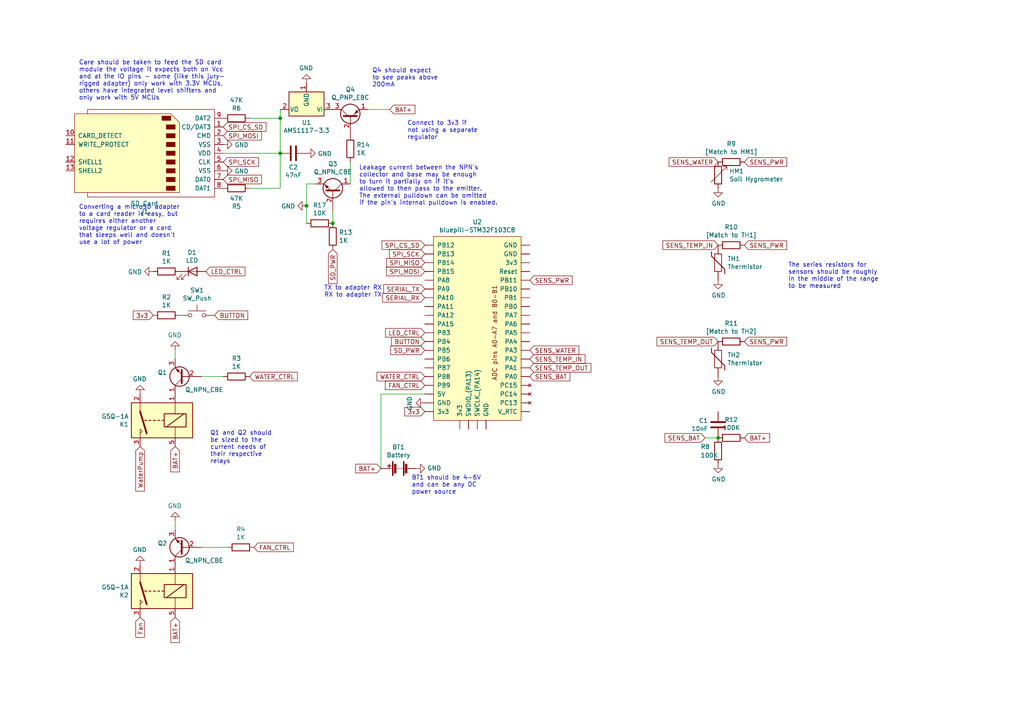
<source format=kicad_sch>
(kicad_sch (version 20211123) (generator eeschema)
  (paper "A4")
  (lib_symbols
    (symbol "Connector:SD_Card" (pin_names (offset 1.016))
      (property "Reference" "J" (at -16.51 13.97 0))
      (property "Value" "SD_Card" (at 15.24 -13.97 0))
      (symbol "SD_Card_0_1"
        (rectangle (start -8.89 -9.525) (end -6.35 -10.795) (fill (type outline)))
        (rectangle (start -8.89 -6.985) (end -6.35 -8.255) (fill (type outline)))
        (rectangle (start -8.89 -4.445) (end -6.35 -5.715) (fill (type outline)))
        (rectangle (start -8.89 -1.905) (end -6.35 -3.175) (fill (type outline)))
        (rectangle (start -8.89 0.635) (end -6.35 -0.635) (fill (type outline)))
        (rectangle (start -8.89 3.175) (end -6.35 1.905) (fill (type outline)))
        (rectangle (start -8.89 5.715) (end -6.35 4.445) (fill (type outline)))
        (rectangle (start -8.89 8.255) (end -6.35 6.985) (fill (type outline)))
        (rectangle (start -7.62 10.795) (end -5.08 9.525) (fill (type outline)))
        (polyline (pts (xy -10.16 8.89) (xy -7.62 11.43) (xy 20.32 11.43) (xy 20.32 -11.43) (xy -10.16 -11.43) (xy -10.16 8.89)) (fill (type background)))
        (polyline (pts (xy 16.51 11.43) (xy 16.51 12.7) (xy -20.32 12.7) (xy -20.32 -12.7) (xy 16.51 -12.7) (xy 16.51 -11.43)))
      )
      (symbol "SD_Card_1_1"
        (pin input line (at -22.86 7.62 0) (length 2.54) (name "CD/DAT3") (number "1"))
        (pin input line (at 22.86 5.08 180) (length 2.54) (name "CARD_DETECT") (number "10"))
        (pin input line (at 22.86 2.54 180) (length 2.54) (name "WRITE_PROTECT") (number "11"))
        (pin input line (at 22.86 -2.54 180) (length 2.54) (name "SHELL1") (number "12"))
        (pin input line (at 22.86 -5.08 180) (length 2.54) (name "SHELL2") (number "13"))
        (pin input line (at -22.86 5.08 0) (length 2.54) (name "CMD") (number "2"))
        (pin power_in line (at -22.86 2.54 0) (length 2.54) (name "VSS") (number "3"))
        (pin power_in line (at -22.86 0 0) (length 2.54) (name "VDD") (number "4"))
        (pin input line (at -22.86 -2.54 0) (length 2.54) (name "CLK") (number "5"))
        (pin power_in line (at -22.86 -5.08 0) (length 2.54) (name "VSS") (number "6"))
        (pin input line (at -22.86 -7.62 0) (length 2.54) (name "DAT0") (number "7"))
        (pin input line (at -22.86 -10.16 0) (length 2.54) (name "DAT1") (number "8"))
        (pin input line (at -22.86 10.16 0) (length 2.54) (name "DAT2") (number "9"))
      )
    )
    (symbol "Device:Battery" (pin_numbers hide) (pin_names (offset 0) hide)
      (property "Reference" "BT" (at 2.54 2.54 0))
      (property "Value" "Battery" (at 2.54 0 0))
      (symbol "Battery_0_1"
        (rectangle (start -2.032 -1.397) (end 2.032 -1.651) (fill (type outline)))
        (rectangle (start -2.032 1.778) (end 2.032 1.524) (fill (type outline)))
        (rectangle (start -1.3208 -1.9812) (end 1.27 -2.4892) (fill (type outline)))
        (rectangle (start -1.3208 1.1938) (end 1.27 0.6858) (fill (type outline)))
        (polyline (pts (xy 0 -1.524) (xy 0 -1.27)))
        (polyline (pts (xy 0 -1.016) (xy 0 -0.762)))
        (polyline (pts (xy 0 -0.508) (xy 0 -0.254)))
        (polyline (pts (xy 0 0) (xy 0 0.254)))
        (polyline (pts (xy 0 0.508) (xy 0 0.762)))
        (polyline (pts (xy 0 1.778) (xy 0 2.54)))
        (polyline (pts (xy 0.254 2.667) (xy 1.27 2.667)) (stroke (width 0.254)))
        (polyline (pts (xy 0.762 3.175) (xy 0.762 2.159)) (stroke (width 0.254)))
      )
      (symbol "Battery_1_1"
        (pin passive line (at 0 5.08 270) (length 2.54) (name "+") (number "1"))
        (pin passive line (at 0 -5.08 90) (length 2.54) (name "-") (number "2"))
      )
    )
    (symbol "Device:C" (pin_numbers hide) (pin_names (offset 0.254))
      (property "Reference" "C" (at 0.635 2.54 0))
      (property "Value" "C" (at 0.635 -2.54 0))
      (symbol "C_0_1"
        (polyline (pts (xy -2.032 -0.762) (xy 2.032 -0.762)) (stroke (width 0.508)))
        (polyline (pts (xy -2.032 0.762) (xy 2.032 0.762)) (stroke (width 0.508)))
      )
      (symbol "C_1_1"
        (pin passive line (at 0 3.81 270) (length 2.794) (name "~") (number "1"))
        (pin passive line (at 0 -3.81 90) (length 2.794) (name "~") (number "2"))
      )
    )
    (symbol "Device:LED" (pin_numbers hide) (pin_names (offset 1.016) hide)
      (property "Reference" "D" (at 0 2.54 0))
      (property "Value" "LED" (at 0 -2.54 0))
      (symbol "LED_0_1"
        (polyline (pts (xy -1.27 -1.27) (xy -1.27 1.27)) (stroke (width 0.254)))
        (polyline (pts (xy -1.27 0) (xy 1.27 0)))
        (polyline (pts (xy 1.27 -1.27) (xy 1.27 1.27) (xy -1.27 0) (xy 1.27 -1.27)) (stroke (width 0.254)))
        (polyline (pts (xy -3.048 -0.762) (xy -4.572 -2.286) (xy -3.81 -2.286) (xy -4.572 -2.286) (xy -4.572 -1.524)))
        (polyline (pts (xy -1.778 -0.762) (xy -3.302 -2.286) (xy -2.54 -2.286) (xy -3.302 -2.286) (xy -3.302 -1.524)))
      )
      (symbol "LED_1_1"
        (pin passive line (at -3.81 0 0) (length 2.54) (name "K") (number "1"))
        (pin passive line (at 3.81 0 180) (length 2.54) (name "A") (number "2"))
      )
    )
    (symbol "Device:Q_NPN_CBE" (pin_names (offset 0) hide)
      (property "Reference" "Q" (at 5.08 1.27 0))
      (property "Value" "Q_NPN_CBE" (at 5.08 -1.27 0))
      (symbol "Q_NPN_CBE_0_1"
        (polyline (pts (xy 0.635 0.635) (xy 2.54 2.54)))
        (polyline (pts (xy 0.635 -0.635) (xy 2.54 -2.54) (xy 2.54 -2.54)))
        (polyline (pts (xy 0.635 1.905) (xy 0.635 -1.905) (xy 0.635 -1.905)) (stroke (width 0.508)))
        (polyline (pts (xy 1.27 -1.778) (xy 1.778 -1.27) (xy 2.286 -2.286) (xy 1.27 -1.778) (xy 1.27 -1.778)) (fill (type outline)))
        (circle (center 1.27 0) (radius 2.8194) (stroke (width 0.254)))
      )
      (symbol "Q_NPN_CBE_1_1"
        (pin passive line (at 2.54 5.08 270) (length 2.54) (name "C") (number "1"))
        (pin input line (at -5.08 0 0) (length 5.715) (name "B") (number "2"))
        (pin passive line (at 2.54 -5.08 90) (length 2.54) (name "E") (number "3"))
      )
    )
    (symbol "Device:Q_PNP_EBC" (pin_names (offset 0) hide)
      (property "Reference" "Q" (at 5.08 1.27 0))
      (property "Value" "Q_PNP_EBC" (at 5.08 -1.27 0))
      (symbol "Q_PNP_EBC_0_1"
        (polyline (pts (xy 0.635 0.635) (xy 2.54 2.54)))
        (polyline (pts (xy 0.635 -0.635) (xy 2.54 -2.54) (xy 2.54 -2.54)))
        (polyline (pts (xy 0.635 1.905) (xy 0.635 -1.905) (xy 0.635 -1.905)) (stroke (width 0.508)))
        (polyline (pts (xy 2.286 -1.778) (xy 1.778 -2.286) (xy 1.27 -1.27) (xy 2.286 -1.778) (xy 2.286 -1.778)) (fill (type outline)))
        (circle (center 1.27 0) (radius 2.8194) (stroke (width 0.254)))
      )
      (symbol "Q_PNP_EBC_1_1"
        (pin passive line (at 2.54 -5.08 90) (length 2.54) (name "E") (number "1"))
        (pin input line (at -5.08 0 0) (length 5.715) (name "B") (number "2"))
        (pin passive line (at 2.54 5.08 270) (length 2.54) (name "C") (number "3"))
      )
    )
    (symbol "Device:R" (pin_numbers hide) (pin_names (offset 0))
      (property "Reference" "R" (at 2.032 0 90))
      (property "Value" "R" (at 0 0 90))
      (symbol "R_0_1"
        (rectangle (start -1.016 -2.54) (end 1.016 2.54) (stroke (width 0.254)))
      )
      (symbol "R_1_1"
        (pin passive line (at 0 3.81 270) (length 1.27) (name "~") (number "1"))
        (pin passive line (at 0 -3.81 90) (length 1.27) (name "~") (number "2"))
      )
    )
    (symbol "Device:R_Variable" (pin_numbers hide) (pin_names (offset 0))
      (property "Reference" "R" (at 2.54 -2.54 90))
      (property "Value" "R_Variable" (at -2.54 -1.27 90))
      (symbol "R_Variable_0_1"
        (rectangle (start -1.016 -2.54) (end 1.016 2.54) (stroke (width 0.254)))
        (polyline (pts (xy 2.54 1.524) (xy 2.54 2.54) (xy 1.524 2.54) (xy 2.54 2.54) (xy -2.032 -2.032)))
      )
      (symbol "R_Variable_1_1"
        (pin passive line (at 0 3.81 270) (length 1.27) (name "~") (number "1"))
        (pin passive line (at 0 -3.81 90) (length 1.27) (name "~") (number "2"))
      )
    )
    (symbol "Device:Thermistor" (pin_numbers hide) (pin_names (offset 0))
      (property "Reference" "TH" (at 2.54 1.27 90))
      (property "Value" "Thermistor" (at -2.54 0 90))
      (symbol "Thermistor_0_1"
        (rectangle (start -1.016 2.54) (end 1.016 -2.54) (stroke (width 0.2032)))
        (polyline (pts (xy -1.905 3.175) (xy -1.905 1.905) (xy 1.905 -1.905) (xy 1.905 -3.175) (xy 1.905 -3.175)) (stroke (width 0.254)))
      )
      (symbol "Thermistor_1_1"
        (pin passive line (at 0 5.08 270) (length 2.54) (name "~") (number "1"))
        (pin passive line (at 0 -5.08 90) (length 2.54) (name "~") (number "2"))
      )
    )
    (symbol "Regulator_Linear:AMS1117-3.3" (pin_names (offset 0.254))
      (property "Reference" "U" (at -3.81 3.175 0))
      (property "Value" "AMS1117-3.3" (at 0 3.175 0))
      (symbol "AMS1117-3.3_0_1"
        (rectangle (start -5.08 -5.08) (end 5.08 1.905) (stroke (width 0.254)) (fill (type background)))
      )
      (symbol "AMS1117-3.3_1_1"
        (pin power_in line (at 0 -7.62 90) (length 2.54) (name "GND") (number "1"))
        (pin power_out line (at 7.62 0 180) (length 2.54) (name "VO") (number "2"))
        (pin power_in line (at -7.62 0 0) (length 2.54) (name "VI") (number "3"))
      )
    )
    (symbol "Relay:G5Q-1A"
      (property "Reference" "K" (at 8.89 3.81 0))
      (property "Value" "G5Q-1A" (at 8.89 1.27 0))
      (symbol "G5Q-1A_0_0"
        (polyline (pts (xy 5.08 5.08) (xy 5.08 2.54) (xy 4.445 3.175) (xy 5.08 3.81)))
      )
      (symbol "G5Q-1A_0_1"
        (rectangle (start -10.16 5.08) (end 7.62 -5.08) (stroke (width 0.254)) (fill (type background)))
        (rectangle (start -8.255 1.905) (end -1.905 -1.905) (stroke (width 0.254)))
        (polyline (pts (xy -7.62 -1.905) (xy -2.54 1.905)) (stroke (width 0.254)))
        (polyline (pts (xy -5.08 -5.08) (xy -5.08 -1.905)))
        (polyline (pts (xy -5.08 5.08) (xy -5.08 1.905)))
        (polyline (pts (xy -1.905 0) (xy -1.27 0)) (stroke (width 0.254)))
        (polyline (pts (xy -0.635 0) (xy 0 0)) (stroke (width 0.254)))
        (polyline (pts (xy 0.635 0) (xy 1.27 0)) (stroke (width 0.254)))
        (polyline (pts (xy 1.905 0) (xy 2.54 0)) (stroke (width 0.254)))
        (polyline (pts (xy 3.175 0) (xy 3.81 0)) (stroke (width 0.254)))
        (polyline (pts (xy 5.08 -2.54) (xy 3.175 3.81)) (stroke (width 0.508)))
        (polyline (pts (xy 5.08 -2.54) (xy 5.08 -5.08)))
      )
      (symbol "G5Q-1A_1_1"
        (pin passive line (at -5.08 -7.62 90) (length 2.54) (name "~") (number "1"))
        (pin passive line (at 5.08 -7.62 90) (length 2.54) (name "~") (number "2"))
        (pin passive line (at 5.08 7.62 270) (length 2.54) (name "~") (number "3"))
        (pin passive line (at -5.08 7.62 270) (length 2.54) (name "~") (number "5"))
      )
    )
    (symbol "STM32:bluepill-STM32F103C8" (pin_numbers hide) (pin_names (offset 1.016))
      (property "Reference" "U" (at -2.54 27.94 0))
      (property "Value" "bluepill-STM32F103C8" (at -2.54 30.48 0))
      (symbol "bluepill-STM32F103C8_0_0"
        (text "ADC pins A0-A7 and B0-B1" (at 2.54 -2.54 900) (effects (font (size 1.27 1.27))))
      )
      (symbol "bluepill-STM32F103C8_0_1"
        (rectangle (start -15.24 25.4) (end 10.16 -27.94) (fill (type background)))
      )
      (symbol "bluepill-STM32F103C8_1_1"
        (pin bidirectional line (at -17.78 22.86 0) (length 2.54) (name "PB12") (number "1"))
        (pin bidirectional line (at -17.78 0 0) (length 2.54) (name "PA15") (number "10"))
        (pin bidirectional line (at -17.78 -2.54 0) (length 2.54) (name "PB3") (number "11"))
        (pin bidirectional line (at -17.78 -5.08 0) (length 2.54) (name "PB4") (number "12"))
        (pin bidirectional line (at -17.78 -7.62 0) (length 2.54) (name "PB5") (number "13"))
        (pin bidirectional line (at -17.78 -10.16 0) (length 2.54) (name "PB6") (number "14"))
        (pin bidirectional line (at -17.78 -12.7 0) (length 2.54) (name "PB7") (number "15"))
        (pin bidirectional line (at -17.78 -15.24 0) (length 2.54) (name "PB8") (number "16"))
        (pin bidirectional line (at -17.78 -17.78 0) (length 2.54) (name "PB9") (number "17"))
        (pin power_in line (at -17.78 -20.32 0) (length 2.54) (name "5V") (number "18"))
        (pin power_in line (at -17.78 -22.86 0) (length 2.54) (name "GND") (number "19"))
        (pin bidirectional line (at -17.78 20.32 0) (length 2.54) (name "PB13") (number "2"))
        (pin power_out line (at -17.78 -25.4 0) (length 2.54) (name "3v3") (number "20"))
        (pin power_in line (at 12.7 -25.4 180) (length 2.54) (name "V_RTC") (number "21"))
        (pin no_connect line (at 12.7 -22.86 180) (length 2.54) (name "PC13") (number "22"))
        (pin no_connect line (at 12.7 -20.32 180) (length 2.54) (name "PC14") (number "23"))
        (pin no_connect line (at 12.7 -17.78 180) (length 2.54) (name "PC15") (number "24"))
        (pin bidirectional line (at 12.7 -15.24 180) (length 2.54) (name "PA0") (number "25"))
        (pin bidirectional line (at 12.7 -12.7 180) (length 2.54) (name "PA1") (number "26"))
        (pin bidirectional line (at 12.7 -10.16 180) (length 2.54) (name "PA2") (number "27"))
        (pin bidirectional line (at 12.7 -7.62 180) (length 2.54) (name "PA3") (number "28"))
        (pin bidirectional line (at 12.7 -5.08 180) (length 2.54) (name "PA4") (number "29"))
        (pin bidirectional line (at -17.78 17.78 0) (length 2.54) (name "PB14") (number "3"))
        (pin bidirectional line (at 12.7 -2.54 180) (length 2.54) (name "PA5") (number "30"))
        (pin bidirectional line (at 12.7 0 180) (length 2.54) (name "PA6") (number "31"))
        (pin bidirectional line (at 12.7 2.54 180) (length 2.54) (name "PA7") (number "32"))
        (pin bidirectional line (at 12.7 5.08 180) (length 2.54) (name "PB0") (number "33"))
        (pin bidirectional line (at 12.7 7.62 180) (length 2.54) (name "PB1") (number "34"))
        (pin bidirectional line (at 12.7 10.16 180) (length 2.54) (name "PB10") (number "35"))
        (pin bidirectional line (at 12.7 12.7 180) (length 2.54) (name "PB11") (number "36"))
        (pin bidirectional line (at 12.7 15.24 180) (length 2.54) (name "Reset") (number "37"))
        (pin power_out line (at 12.7 17.78 180) (length 2.54) (name "3v3") (number "38"))
        (pin power_in line (at 12.7 20.32 180) (length 2.54) (name "GND") (number "39"))
        (pin bidirectional line (at -17.78 15.24 0) (length 2.54) (name "PB15") (number "4"))
        (pin power_in line (at 12.7 22.86 180) (length 2.54) (name "GND") (number "40"))
        (pin power_in line (at -7.62 -30.48 90) (length 2.54) (name "3v3") (number "41"))
        (pin bidirectional line (at -5.08 -30.48 90) (length 2.54) (name "SWDIO_(PA13)") (number "42"))
        (pin bidirectional line (at -2.54 -30.48 90) (length 2.54) (name "SWCLK_(PA14)") (number "43"))
        (pin power_in line (at 0 -30.48 90) (length 2.54) (name "GND") (number "44"))
        (pin bidirectional line (at -17.78 12.7 0) (length 2.54) (name "PA8") (number "5"))
        (pin bidirectional line (at -17.78 10.16 0) (length 2.54) (name "PA9") (number "6"))
        (pin bidirectional line (at -17.78 7.62 0) (length 2.54) (name "PA10") (number "7"))
        (pin bidirectional line (at -17.78 5.08 0) (length 2.54) (name "PA11") (number "8"))
        (pin bidirectional line (at -17.78 2.54 0) (length 2.54) (name "PA12") (number "9"))
      )
    )
    (symbol "Switch:SW_Push" (pin_numbers hide) (pin_names (offset 1.016) hide)
      (property "Reference" "SW" (at 1.27 2.54 0))
      (property "Value" "SW_Push" (at 0 -1.524 0))
      (symbol "SW_Push_0_1"
        (circle (center -2.032 0) (radius 0.508))
        (polyline (pts (xy 0 1.27) (xy 0 3.048)))
        (polyline (pts (xy 2.54 1.27) (xy -2.54 1.27)))
        (circle (center 2.032 0) (radius 0.508))
        (pin passive line (at -5.08 0 0) (length 2.54) (name "1") (number "1"))
        (pin passive line (at 5.08 0 180) (length 2.54) (name "2") (number "2"))
      )
    )
    (symbol "power:GND" (power) (pin_names (offset 0))
      (property "Value" "GND" (at 0 -3.81 0))
      (symbol "GND_0_1"
        (polyline (pts (xy 0 0) (xy 0 -1.27) (xy 1.27 -1.27) (xy 0 -2.54) (xy -1.27 -1.27) (xy 0 -1.27)))
      )
      (symbol "GND_1_1"
        (pin power_in line (at 0 0 270) (length 0) hide (name "GND") (number "1"))
      )
    )
  )
  (junction (at 208.28 127))
  (junction (at 96.52 64.77))
  (junction (at 88.9 59.69))
  (junction (at 81.28 34.29))
  (junction (at 81.28 44.45))
  (wire (pts (xy 88.9 64.77) (xy 88.9 59.69)))
  (wire (pts (xy 88.9 53.34) (xy 91.44 53.34)))
  (wire (pts (xy 50.8 104.14) (xy 50.8 101.6)))
  (wire (pts (xy 58.42 158.75) (xy 66.04 158.75)))
  (wire (pts (xy 110.49 114.3) (xy 123.19 114.3)))
  (wire (pts (xy 81.28 54.61) (xy 81.28 44.45)))
  (wire (pts (xy 81.28 44.45) (xy 81.28 34.29)))
  (wire (pts (xy 110.49 135.89) (xy 110.49 114.3)))
  (wire (pts (xy 50.8 151.13) (xy 50.8 153.67)))
  (wire (pts (xy 96.52 64.77) (xy 96.52 60.96)))
  (wire (pts (xy 72.39 34.29) (xy 81.28 34.29)))
  (wire (pts (xy 101.6 46.99) (xy 101.6 53.34)))
  (wire (pts (xy 58.42 109.22) (xy 64.77 109.22)))
  (wire (pts (xy 208.28 127) (xy 204.47 127)))
  (wire (pts (xy 106.68 31.75) (xy 113.03 31.75)))
  (wire (pts (xy 64.77 44.45) (xy 81.28 44.45)))
  (wire (pts (xy 88.9 59.69) (xy 88.9 53.34)))
  (wire (pts (xy 81.28 34.29) (xy 81.28 31.75)))
  (wire (pts (xy 72.39 54.61) (xy 81.28 54.61)))
  (text "Connect to 3v3 if\nnot using a separate\nregulator" (at 118.11 40.64 0) (effects (font (size 1.27 1.27)) (justify left bottom)))
  (text "BT1 should be 4-6V\nand can be any DC\npower source" (at 119.38 143.51 0) (effects (font (size 1.27 1.27)) (justify left bottom)))
  (text "The series resistors for\nsensors should be roughly\nin the middle of the range\nto be measured" (at 228.6 83.82 0) (effects (font (size 1.27 1.27)) (justify left bottom)))
  (text "Q4 should expect\nto see peaks above\n200mA" (at 107.95 25.4 0) (effects (font (size 1.27 1.27)) (justify left bottom)))
  (text "Leakage current between the NPN's\ncollector and base may be enough\nto turn it partially on if it's\nallowed to then pass to the emitter.\nThe external pulldown can be omitted\nif the pin's internal pulldown is enabled." (at 104.14 59.69 0) (effects (font (size 1.27 1.27)) (justify left bottom)))
  (text "Converting a microSD adapter\nto a card reader is easy, but\nrequires either another\nvoltage regulator or a card\nthat sleeps well and doesn't\nuse a lot of power" (at 22.86 71.12 0) (effects (font (size 1.27 1.27)) (justify left bottom)))
  (text "Care should be taken to feed the SD card\nmodule the voltage it expects both on Vcc\nand at the IO pins - some (like this jury-\nrigged adapter) only work with 3.3V MCUs,\nothers have integrated level shifters and\nonly work with 5V MCUs" (at 22.86 29.21 0) (effects (font (size 1.27 1.27)) (justify left bottom)))
  (text "Q1 and Q2 should\nbe sized to the\ncurrent needs of\ntheir respective\nrelays" (at 60.96 134.62 0) (effects (font (size 1.27 1.27)) (justify left bottom)))
  (text "TX to adapter RX\nRX to adapter TX" (at 93.98 86.36 0) (effects (font (size 1.27 1.27)) (justify left bottom)))
  (global_label "FAN_CTRL" (shape input) (at 73.66 158.75 0) (property "Intersheet References" "${INTERSHEET_REFS}" (effects hide)))
  (global_label "SPI_CS_SD" (shape input) (at 123.19 71.12 180) (property "Intersheet References" "${INTERSHEET_REFS}" (effects hide)))
  (global_label "SD_PWR" (shape input) (at 123.19 101.6 180) (property "Intersheet References" "${INTERSHEET_REFS}" (effects hide)))
  (global_label "3v3" (shape input) (at 44.45 91.44 180) (property "Intersheet References" "${INTERSHEET_REFS}" (effects hide)))
  (global_label "SPI_CS_SD" (shape input) (at 64.77 36.83 0) (property "Intersheet References" "${INTERSHEET_REFS}" (effects hide)))
  (global_label "WaterPump" (shape input) (at 40.64 129.54 270) (property "Intersheet References" "${INTERSHEET_REFS}" (effects hide)))
  (global_label "SERIAL_RX" (shape input) (at 123.19 86.36 180) (property "Intersheet References" "${INTERSHEET_REFS}" (effects hide)))
  (global_label "SPI_SCK" (shape input) (at 123.19 73.66 180) (property "Intersheet References" "${INTERSHEET_REFS}" (effects hide)))
  (global_label "SENS_PWR" (shape input) (at 215.9 46.99 0) (property "Intersheet References" "${INTERSHEET_REFS}" (effects hide)))
  (global_label "LED_CTRL" (shape input) (at 59.69 78.74 0) (property "Intersheet References" "${INTERSHEET_REFS}" (effects hide)))
  (global_label "SPI_SCK" (shape input) (at 64.77 46.99 0) (property "Intersheet References" "${INTERSHEET_REFS}" (effects hide)))
  (global_label "SPI_MISO" (shape input) (at 123.19 76.2 180) (property "Intersheet References" "${INTERSHEET_REFS}" (effects hide)))
  (global_label "WATER_CTRL" (shape input) (at 72.39 109.22 0) (property "Intersheet References" "${INTERSHEET_REFS}" (effects hide)))
  (global_label "BAT+" (shape input) (at 50.8 129.54 270) (property "Intersheet References" "${INTERSHEET_REFS}" (effects hide)))
  (global_label "SENS_WATER" (shape input) (at 153.67 101.6 0) (property "Intersheet References" "${INTERSHEET_REFS}" (effects hide)))
  (global_label "SENS_TEMP_OUT" (shape input) (at 208.28 99.06 180) (property "Intersheet References" "${INTERSHEET_REFS}" (effects hide)))
  (global_label "LED_CTRL" (shape input) (at 123.19 96.52 180) (property "Intersheet References" "${INTERSHEET_REFS}" (effects hide)))
  (global_label "SENS_BAT" (shape input) (at 153.67 109.22 0) (property "Intersheet References" "${INTERSHEET_REFS}" (effects hide)))
  (global_label "SENS_TEMP_IN" (shape input) (at 153.67 104.14 0) (property "Intersheet References" "${INTERSHEET_REFS}" (effects hide)))
  (global_label "SENS_TEMP_IN" (shape input) (at 208.28 71.12 180) (property "Intersheet References" "${INTERSHEET_REFS}" (effects hide)))
  (global_label "BAT+" (shape input) (at 113.03 31.75 0) (property "Intersheet References" "${INTERSHEET_REFS}" (effects hide)))
  (global_label "3v3" (shape input) (at 123.19 119.38 180) (property "Intersheet References" "${INTERSHEET_REFS}" (effects hide)))
  (global_label "BAT+" (shape input) (at 215.9 127 0) (property "Intersheet References" "${INTERSHEET_REFS}" (effects hide)))
  (global_label "FAN_CTRL" (shape input) (at 123.19 111.76 180) (property "Intersheet References" "${INTERSHEET_REFS}" (effects hide)))
  (global_label "BUTTON" (shape input) (at 62.23 91.44 0) (property "Intersheet References" "${INTERSHEET_REFS}" (effects hide)))
  (global_label "SD_PWR" (shape input) (at 96.52 72.39 270) (property "Intersheet References" "${INTERSHEET_REFS}" (effects hide)))
  (global_label "SPI_MOSI" (shape input) (at 64.77 39.37 0) (property "Intersheet References" "${INTERSHEET_REFS}" (effects hide)))
  (global_label "SPI_MOSI" (shape input) (at 123.19 78.74 180) (property "Intersheet References" "${INTERSHEET_REFS}" (effects hide)))
  (global_label "BUTTON" (shape input) (at 123.19 99.06 180) (property "Intersheet References" "${INTERSHEET_REFS}" (effects hide)))
  (global_label "SENS_TEMP_OUT" (shape input) (at 153.67 106.68 0) (property "Intersheet References" "${INTERSHEET_REFS}" (effects hide)))
  (global_label "WATER_CTRL" (shape input) (at 123.19 109.22 180) (property "Intersheet References" "${INTERSHEET_REFS}" (effects hide)))
  (global_label "SENS_PWR" (shape input) (at 215.9 71.12 0) (property "Intersheet References" "${INTERSHEET_REFS}" (effects hide)))
  (global_label "SERIAL_TX" (shape input) (at 123.19 83.82 180) (property "Intersheet References" "${INTERSHEET_REFS}" (effects hide)))
  (global_label "SENS_PWR" (shape input) (at 153.67 81.28 0) (property "Intersheet References" "${INTERSHEET_REFS}" (effects hide)))
  (global_label "BAT+" (shape input) (at 50.8 179.07 270) (property "Intersheet References" "${INTERSHEET_REFS}" (effects hide)))
  (global_label "BAT+" (shape input) (at 110.49 135.89 180) (property "Intersheet References" "${INTERSHEET_REFS}" (effects hide)))
  (global_label "Fan" (shape input) (at 40.64 179.07 270) (property "Intersheet References" "${INTERSHEET_REFS}" (effects hide)))
  (global_label "SENS_PWR" (shape input) (at 215.9 99.06 0) (property "Intersheet References" "${INTERSHEET_REFS}" (effects hide)))
  (global_label "SPI_MISO" (shape input) (at 64.77 52.07 0) (property "Intersheet References" "${INTERSHEET_REFS}" (effects hide)))
  (global_label "SENS_BAT" (shape input) (at 204.47 127 180) (property "Intersheet References" "${INTERSHEET_REFS}" (effects hide)))
  (global_label "SENS_WATER" (shape input) (at 208.28 46.99 180) (property "Intersheet References" "${INTERSHEET_REFS}" (effects hide)))
  (symbol (lib_id "Device:Battery") (at 115.57 135.89 90) (unit 1)
    (property "Reference" "BT1" (at 115.57 129.667 90))
    (property "Value" "Battery" (at 115.57 131.9784 90))
  )
  (symbol (lib_id "power:GND") (at 120.65 135.89 90) (unit 1)
    (property "Reference" "#PWR012" (effects hide))
    (property "Value" "GND" (at 123.9012 135.763 90) (effects (justify right)))
  )
  (symbol (lib_id "power:GND") (at 123.19 116.84 270) (unit 1)
    (property "Reference" "#PWR013" (effects hide))
    (property "Value" "GND" (at 118.7958 116.967 0))
  )
  (symbol (lib_id "STM32:bluepill-STM32F103C8") (at 140.97 93.98 0) (unit 1)
    (property "Reference" "U2" (at 138.43 64.389 0))
    (property "Value" "bluepill-STM32F103C8" (at 138.43 66.7004 0))
  )
  (symbol (lib_id "Device:R") (at 208.28 130.81 180) (unit 1)
    (property "Reference" "R8" (at 203.2 129.54 0) (effects (justify right)))
    (property "Value" "100K" (at 203.2 132.08 0) (effects (justify right)))
  )
  (symbol (lib_id "Device:R") (at 212.09 127 270) (unit 1)
    (property "Reference" "R12" (at 212.09 121.7422 90))
    (property "Value" "100K" (at 212.09 124.0536 90))
  )
  (symbol (lib_id "power:GND") (at 208.28 134.62 0) (unit 1)
    (property "Reference" "#PWR017" (effects hide))
    (property "Value" "GND" (at 208.407 139.0142 0))
  )
  (symbol (lib_id "Device:R") (at 96.52 68.58 0) (unit 1)
    (property "Reference" "R13" (at 98.298 67.4116 0) (effects (justify left)))
    (property "Value" "1K" (at 98.298 69.723 0) (effects (justify left)))
  )
  (symbol (lib_id "power:GND") (at 64.77 41.91 90) (mirror x) (unit 1)
    (property "Reference" "#PWR08" (effects hide))
    (property "Value" "GND" (at 68.0212 42.037 90) (effects (justify right)))
  )
  (symbol (lib_id "Device:R") (at 68.58 54.61 270) (mirror x) (unit 1)
    (property "Reference" "R5" (at 68.58 59.8678 90))
    (property "Value" "47K" (at 68.58 57.5564 90))
  )
  (symbol (lib_id "Device:R") (at 68.58 34.29 270) (mirror x) (unit 1)
    (property "Reference" "R6" (at 68.58 31.369 90))
    (property "Value" "47K" (at 68.58 29.0576 90))
  )
  (symbol (lib_id "Connector:SD_Card") (at 41.91 44.45 0) (mirror y) (unit 1)
    (property "Reference" "J1" (at 41.91 61.341 0))
    (property "Value" "SD_Card" (at 41.91 59.0296 0))
    (property "Datasheet" "http://portal.fciconnect.com/Comergent//fci/drawing/10067847.pdf" (effects hide))
  )
  (symbol (lib_id "power:GND") (at 64.77 49.53 90) (mirror x) (unit 1)
    (property "Reference" "#PWR07" (effects hide))
    (property "Value" "GND" (at 68.0212 49.657 90) (effects (justify right)))
  )
  (symbol (lib_id "Device:LED") (at 55.88 78.74 0) (unit 1)
    (property "Reference" "D1" (at 55.7022 73.2282 0))
    (property "Value" "LED" (at 55.7022 75.5396 0))
  )
  (symbol (lib_id "power:GND") (at 44.45 78.74 270) (unit 1)
    (property "Reference" "#PWR03" (effects hide))
    (property "Value" "GND" (at 41.1988 78.867 90) (effects (justify right)))
  )
  (symbol (lib_id "Device:R") (at 101.6 43.18 0) (unit 1)
    (property "Reference" "R14" (at 103.378 42.0116 0) (effects (justify left)))
    (property "Value" "1K" (at 103.378 44.323 0) (effects (justify left)))
  )
  (symbol (lib_id "Device:R") (at 48.26 78.74 270) (unit 1)
    (property "Reference" "R1" (at 48.26 73.4822 90))
    (property "Value" "1K" (at 48.26 75.7936 90))
  )
  (symbol (lib_id "Switch:SW_Push") (at 57.15 91.44 0) (unit 1)
    (property "Reference" "SW1" (at 57.15 84.201 0))
    (property "Value" "SW_Push" (at 57.15 86.5124 0))
  )
  (symbol (lib_id "Device:R") (at 48.26 91.44 270) (unit 1)
    (property "Reference" "R2" (at 48.26 86.1822 90))
    (property "Value" "1K" (at 48.26 88.4936 90))
  )
  (symbol (lib_id "Relay:G5Q-1A") (at 45.72 121.92 180) (unit 1)
    (property "Reference" "K1" (at 37.338 123.0884 0) (effects (justify left)))
    (property "Value" "G5Q-1A" (at 37.338 120.777 0) (effects (justify left)))
    (property "Footprint" "Relay_THT:Relay_SPST_Omron-G5Q-1A" (effects hide))
    (property "Datasheet" "https://www.omron.com/ecb/products/pdf/en-g5q.pdf" (effects hide))
  )
  (symbol (lib_id "power:GND") (at 40.64 114.3 180) (unit 1)
    (property "Reference" "#PWR01" (effects hide))
    (property "Value" "GND" (at 40.513 109.9058 0))
  )
  (symbol (lib_id "Device:Q_NPN_CBE") (at 53.34 109.22 180) (unit 1)
    (property "Reference" "Q1" (at 48.4886 108.0516 0) (effects (justify left)))
    (property "Value" "Q_NPN_CBE" (at 64.77 113.03 0) (effects (justify left)))
  )
  (symbol (lib_id "power:GND") (at 50.8 101.6 180) (unit 1)
    (property "Reference" "#PWR04" (effects hide))
    (property "Value" "GND" (at 50.673 97.2058 0))
  )
  (symbol (lib_id "Relay:G5Q-1A") (at 45.72 171.45 180) (unit 1)
    (property "Reference" "K2" (at 37.338 172.6184 0) (effects (justify left)))
    (property "Value" "G5Q-1A" (at 37.338 170.307 0) (effects (justify left)))
    (property "Footprint" "Relay_THT:Relay_SPST_Omron-G5Q-1A" (effects hide))
    (property "Datasheet" "https://www.omron.com/ecb/products/pdf/en-g5q.pdf" (effects hide))
  )
  (symbol (lib_id "power:GND") (at 40.64 163.83 180) (unit 1)
    (property "Reference" "#PWR02" (effects hide))
    (property "Value" "GND" (at 40.513 159.4358 0))
  )
  (symbol (lib_id "Device:Q_NPN_CBE") (at 53.34 158.75 180) (unit 1)
    (property "Reference" "Q2" (at 48.4886 157.5816 0) (effects (justify left)))
    (property "Value" "Q_NPN_CBE" (at 64.77 162.56 0) (effects (justify left)))
  )
  (symbol (lib_id "power:GND") (at 50.8 151.13 180) (unit 1)
    (property "Reference" "#PWR05" (effects hide))
    (property "Value" "GND" (at 50.673 146.7358 0))
  )
  (symbol (lib_id "Device:R") (at 69.85 158.75 270) (unit 1)
    (property "Reference" "R4" (at 69.85 153.4922 90))
    (property "Value" "1K" (at 69.85 155.8036 90))
  )
  (symbol (lib_id "Device:R") (at 68.58 109.22 270) (unit 1)
    (property "Reference" "R3" (at 68.58 103.9622 90))
    (property "Value" "1K" (at 68.58 106.2736 90))
  )
  (symbol (lib_id "Device:Thermistor") (at 208.28 104.14 0) (unit 1)
    (property "Reference" "TH2" (at 210.947 102.9716 0) (effects (justify left)))
    (property "Value" "Thermistor" (at 210.947 105.283 0) (effects (justify left)))
  )
  (symbol (lib_id "power:GND") (at 208.28 109.22 0) (unit 1)
    (property "Reference" "#PWR016" (effects hide))
    (property "Value" "GND" (at 208.407 113.6142 0))
  )
  (symbol (lib_id "Device:R") (at 212.09 99.06 270) (unit 1)
    (property "Reference" "R11" (at 212.09 93.8022 90))
    (property "Value" "[Match to TH2]" (at 212.09 96.1136 90))
  )
  (symbol (lib_id "Device:C") (at 85.09 44.45 270) (unit 1)
    (property "Reference" "C2" (at 85.09 48.514 90))
    (property "Value" "47nF" (at 85.09 50.8254 90))
  )
  (symbol (lib_id "Device:Thermistor") (at 208.28 76.2 0) (unit 1)
    (property "Reference" "TH1" (at 210.947 75.0316 0) (effects (justify left)))
    (property "Value" "Thermistor" (at 210.947 77.343 0) (effects (justify left)))
  )
  (symbol (lib_id "power:GND") (at 208.28 81.28 0) (unit 1)
    (property "Reference" "#PWR015" (effects hide))
    (property "Value" "GND" (at 208.407 85.6742 0))
  )
  (symbol (lib_id "Device:R") (at 212.09 71.12 270) (unit 1)
    (property "Reference" "R10" (at 212.09 65.8622 90))
    (property "Value" "[Match to TH1]" (at 212.09 68.1736 90))
  )
  (symbol (lib_id "power:GND") (at 88.9 44.45 90) (mirror x) (unit 1)
    (property "Reference" "#PWR06" (effects hide))
    (property "Value" "GND" (at 92.1512 44.577 90) (effects (justify right)))
  )
  (symbol (lib_id "Device:R_Variable") (at 208.28 50.8 0) (unit 1)
    (property "Reference" "HM1" (at 211.5312 49.6316 0) (effects (justify left)))
    (property "Value" "Soil Hygrometer" (at 211.5312 51.943 0) (effects (justify left)))
  )
  (symbol (lib_id "power:GND") (at 208.28 54.61 0) (unit 1)
    (property "Reference" "#PWR014" (effects hide))
    (property "Value" "GND" (at 208.407 59.0042 0))
  )
  (symbol (lib_id "Device:R") (at 212.09 46.99 270) (unit 1)
    (property "Reference" "R9" (at 212.09 41.7322 90))
    (property "Value" "[Match to HM1]" (at 212.09 44.0436 90))
  )
  (symbol (lib_id "Regulator_Linear:AMS1117-3.3") (at 88.9 31.75 180) (unit 1)
    (property "Reference" "U1" (at 88.9 35.5346 0))
    (property "Value" "AMS1117-3.3" (at 88.9 37.846 0))
    (property "Footprint" "Package_TO_SOT_SMD:SOT-223-3_TabPin2" (effects hide))
    (property "Datasheet" "http://www.advanced-monolithic.com/pdf/ds1117.pdf" (effects hide))
  )
  (symbol (lib_id "power:GND") (at 88.9 24.13 180) (unit 1)
    (property "Reference" "#PWR010" (effects hide))
    (property "Value" "GND" (at 88.773 19.7358 0))
  )
  (symbol (lib_id "Device:Q_NPN_CBE") (at 96.52 55.88 270) (mirror x) (unit 1)
    (property "Reference" "Q3" (at 96.52 47.5488 90))
    (property "Value" "Q_NPN_CBE" (at 96.52 49.8602 90))
  )
  (symbol (lib_id "Device:Q_PNP_EBC") (at 101.6 34.29 90) (unit 1)
    (property "Reference" "Q4" (at 101.6 25.9588 90))
    (property "Value" "Q_PNP_EBC" (at 101.6 28.2702 90))
  )
  (symbol (lib_id "power:GND") (at 88.9 59.69 270) (unit 1)
    (property "Reference" "#PWR011" (effects hide))
    (property "Value" "GND" (at 85.6488 59.817 90) (effects (justify right)))
  )
  (symbol (lib_id "Device:C") (at 208.28 123.19 0) (unit 1)
    (property "Reference" "C1" (at 205.3844 122.0216 0) (effects (justify right)))
    (property "Value" "10nF" (at 205.3844 124.333 0) (effects (justify right)))
  )
  (symbol (lib_id "Device:R") (at 92.71 64.77 270) (unit 1)
    (property "Reference" "R17" (at 92.71 59.5122 90))
    (property "Value" "10K" (at 92.71 61.8236 90))
  )
)
</source>
